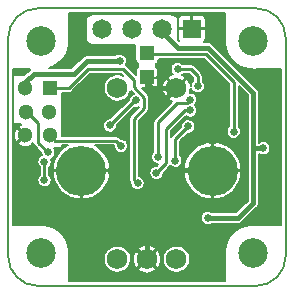
<source format=gtl>
G04 (created by PCBNEW (2013-03-02 BZR 3981)-testing) date Mon 04 Mar 2013 06:48:55 AM CET*
%MOIN*%
G04 Gerber Fmt 3.4, Leading zero omitted, Abs format*
%FSLAX34Y34*%
G01*
G70*
G90*
G04 APERTURE LIST*
%ADD10C,3.14961e-06*%
%ADD11C,0.00787402*%
%ADD12C,0.0688976*%
%ADD13O,0.167323X0.167323*%
%ADD14C,0.0984252*%
%ADD15R,0.0511811X0.0511811*%
%ADD16C,0.0511811*%
%ADD17R,0.0649606X0.0649606*%
%ADD18C,0.0649606*%
%ADD19R,0.0472X0.0472*%
%ADD20C,0.0255906*%
%ADD21C,0.00984252*%
%ADD22C,0.015748*%
%ADD23C,0.000393701*%
%ADD24C,0.008*%
%ADD25C,0.00629921*%
G04 APERTURE END LIST*
G54D10*
G54D11*
X48129Y-33562D02*
X40846Y-33562D01*
X49114Y-41830D02*
X49114Y-34547D01*
X40846Y-42814D02*
X48129Y-42814D01*
X39862Y-34547D02*
X39862Y-41830D01*
X39862Y-41830D02*
G75*
G03X40846Y-42814I984J0D01*
G74*
G01*
X48129Y-42814D02*
G75*
G03X49114Y-41830I0J984D01*
G74*
G01*
X49114Y-34547D02*
G75*
G03X48129Y-33562I-984J0D01*
G74*
G01*
X40846Y-33562D02*
G75*
G03X39862Y-34547I0J-984D01*
G74*
G01*
G54D12*
X43503Y-41929D03*
X45472Y-41929D03*
X44488Y-41929D03*
X45472Y-36220D03*
X43503Y-36220D03*
G54D13*
X46673Y-38976D03*
X42303Y-38976D03*
G54D14*
X48031Y-41732D03*
X40944Y-41732D03*
X40944Y-34645D03*
X48031Y-34645D03*
G54D15*
X41259Y-36220D03*
G54D16*
X40433Y-36220D03*
X41220Y-37007D03*
X40472Y-37007D03*
X41259Y-37795D03*
X40433Y-37795D03*
G54D17*
X45988Y-34251D03*
G54D18*
X44988Y-34251D03*
X43988Y-34251D03*
X42988Y-34251D03*
G54D19*
X44488Y-35039D03*
X44488Y-35865D03*
G54D20*
X45511Y-35590D03*
X46181Y-36161D03*
X44173Y-39389D03*
X44803Y-39055D03*
X45925Y-36968D03*
X41200Y-38366D03*
X44862Y-38523D03*
X45925Y-36614D03*
X43622Y-38149D03*
X41072Y-38681D03*
X41072Y-39291D03*
X45866Y-37500D03*
X45433Y-38641D03*
X42125Y-34547D03*
X42125Y-35157D03*
X48779Y-35944D03*
X48779Y-37440D03*
X48759Y-39015D03*
X48759Y-39940D03*
X46692Y-42027D03*
X42125Y-33956D03*
X40196Y-39409D03*
X40748Y-40078D03*
X40196Y-40590D03*
X42992Y-40905D03*
X42322Y-42165D03*
X41299Y-40590D03*
X44133Y-36633D03*
X43257Y-37470D03*
X47381Y-37677D03*
X48366Y-38228D03*
X43582Y-35314D03*
X46515Y-40551D03*
G54D21*
X45511Y-35590D02*
X45964Y-35590D01*
X46181Y-35807D02*
X46181Y-36161D01*
X45964Y-35590D02*
X46181Y-35807D01*
X41259Y-36220D02*
X41889Y-36220D01*
X44055Y-37244D02*
X44055Y-39271D01*
X44055Y-39271D02*
X44173Y-39389D01*
X44055Y-36200D02*
X44399Y-36545D01*
X44399Y-36545D02*
X44399Y-36899D01*
X44399Y-36899D02*
X44055Y-37244D01*
X41889Y-36220D02*
X42519Y-35590D01*
X43700Y-35590D02*
X44055Y-35944D01*
X44055Y-35944D02*
X44055Y-36200D01*
X42519Y-35590D02*
X43700Y-35590D01*
X41299Y-36259D02*
X41259Y-36220D01*
X44803Y-39055D02*
X45137Y-38720D01*
X45137Y-38720D02*
X45137Y-37598D01*
X45137Y-37598D02*
X45767Y-36968D01*
X45767Y-36968D02*
X45925Y-36968D01*
X41181Y-38366D02*
X40856Y-38041D01*
X40492Y-37007D02*
X40472Y-37007D01*
X40492Y-37007D02*
X40856Y-37372D01*
X40856Y-37372D02*
X40856Y-38041D01*
X41181Y-38366D02*
X41200Y-38366D01*
X41200Y-38366D02*
X41181Y-38366D01*
X44862Y-37362D02*
X44862Y-38523D01*
X45492Y-36732D02*
X44862Y-37362D01*
X45807Y-36732D02*
X45492Y-36732D01*
X45925Y-36614D02*
X45807Y-36732D01*
X43444Y-37972D02*
X41437Y-37972D01*
X43444Y-37972D02*
X43622Y-38149D01*
X41437Y-37972D02*
X41259Y-37795D01*
X45433Y-37933D02*
X45433Y-38641D01*
X45866Y-37500D02*
X45433Y-37933D01*
X41072Y-39291D02*
X41072Y-38681D01*
G54D22*
X45472Y-36220D02*
X44645Y-36220D01*
X44488Y-36062D02*
X44488Y-35826D01*
X44645Y-36220D02*
X44488Y-36062D01*
X42047Y-38976D02*
X42106Y-38917D01*
G54D23*
X42125Y-34547D02*
X42125Y-35157D01*
X48779Y-37440D02*
X48759Y-37460D01*
X48759Y-37460D02*
X48759Y-39015D01*
X42125Y-35137D02*
X42125Y-34547D01*
X42125Y-33956D02*
X42125Y-34547D01*
G54D22*
X44488Y-39606D02*
X44685Y-39606D01*
X46889Y-38937D02*
X46929Y-38976D01*
X45354Y-38937D02*
X46889Y-38937D01*
X44685Y-39606D02*
X45354Y-38937D01*
G54D23*
X40748Y-40078D02*
X40196Y-39409D01*
X44488Y-41929D02*
X44389Y-41929D01*
X43602Y-41141D02*
X42992Y-40905D01*
X44389Y-41929D02*
X43602Y-41141D01*
X44488Y-41929D02*
X43897Y-42519D01*
X42519Y-42519D02*
X42322Y-42165D01*
X43897Y-42519D02*
X42519Y-42519D01*
G54D24*
X45374Y-36318D02*
X45472Y-36220D01*
G54D22*
X44488Y-37204D02*
X45472Y-36220D01*
X44488Y-41929D02*
X44488Y-39606D01*
X44488Y-39606D02*
X44488Y-37204D01*
G54D21*
X44133Y-36633D02*
X44094Y-36633D01*
X44094Y-36633D02*
X43257Y-37470D01*
X47381Y-37677D02*
X47381Y-36020D01*
X46440Y-35079D02*
X47381Y-36020D01*
X46440Y-35079D02*
X44409Y-35079D01*
G54D22*
X48031Y-38228D02*
X48366Y-38228D01*
X40708Y-35748D02*
X40433Y-36023D01*
X43582Y-35314D02*
X42480Y-35314D01*
X42047Y-35748D02*
X40708Y-35748D01*
X42047Y-35748D02*
X42480Y-35314D01*
X40433Y-36023D02*
X40433Y-36220D01*
X40433Y-36220D02*
X40433Y-36082D01*
X47539Y-40551D02*
X48031Y-40059D01*
X48031Y-38228D02*
X48031Y-40059D01*
X46515Y-40551D02*
X47539Y-40551D01*
X45509Y-34872D02*
X44988Y-34350D01*
X48031Y-36377D02*
X46525Y-34872D01*
X46525Y-34872D02*
X45509Y-34872D01*
X48031Y-38228D02*
X48031Y-36377D01*
X44988Y-34350D02*
X44988Y-34251D01*
G54D10*
G36*
X48964Y-40780D02*
X48961Y-40779D01*
X48918Y-40775D01*
X48226Y-40775D01*
X48183Y-40779D01*
X48169Y-40784D01*
X48131Y-40776D01*
X47944Y-40774D01*
X47760Y-40810D01*
X47586Y-40880D01*
X47429Y-40983D01*
X47295Y-41114D01*
X47189Y-41269D01*
X47115Y-41441D01*
X47076Y-41625D01*
X47073Y-41812D01*
X47083Y-41868D01*
X47079Y-41884D01*
X47074Y-41927D01*
X47074Y-42619D01*
X47079Y-42662D01*
X47079Y-42665D01*
X45927Y-42665D01*
X45927Y-41884D01*
X45909Y-41797D01*
X45875Y-41714D01*
X45826Y-41640D01*
X45763Y-41577D01*
X45689Y-41527D01*
X45607Y-41492D01*
X45520Y-41474D01*
X45431Y-41474D01*
X45343Y-41490D01*
X45260Y-41524D01*
X45186Y-41573D01*
X45122Y-41635D01*
X45072Y-41709D01*
X45036Y-41790D01*
X45018Y-41878D01*
X45017Y-41967D01*
X45033Y-42055D01*
X45066Y-42137D01*
X45114Y-42212D01*
X45176Y-42277D01*
X45249Y-42327D01*
X45331Y-42363D01*
X45418Y-42382D01*
X45507Y-42384D01*
X45595Y-42369D01*
X45678Y-42336D01*
X45753Y-42289D01*
X45818Y-42227D01*
X45869Y-42154D01*
X45906Y-42073D01*
X45925Y-41986D01*
X45927Y-41884D01*
X45927Y-42665D01*
X44964Y-42665D01*
X44964Y-41931D01*
X44956Y-41838D01*
X44929Y-41749D01*
X44886Y-41667D01*
X44883Y-41663D01*
X44814Y-41627D01*
X44789Y-41652D01*
X44789Y-41602D01*
X44753Y-41533D01*
X44671Y-41489D01*
X44582Y-41461D01*
X44490Y-41452D01*
X44397Y-41461D01*
X44308Y-41487D01*
X44226Y-41530D01*
X44222Y-41533D01*
X44186Y-41602D01*
X44488Y-41904D01*
X44789Y-41602D01*
X44789Y-41652D01*
X44513Y-41929D01*
X44814Y-42230D01*
X44883Y-42194D01*
X44928Y-42112D01*
X44955Y-42023D01*
X44964Y-41931D01*
X44964Y-42665D01*
X44789Y-42665D01*
X44789Y-42255D01*
X44488Y-41954D01*
X44463Y-41979D01*
X44463Y-41929D01*
X44161Y-41627D01*
X44092Y-41663D01*
X44048Y-41745D01*
X44021Y-41834D01*
X44011Y-41926D01*
X44020Y-42019D01*
X44046Y-42108D01*
X44089Y-42191D01*
X44092Y-42194D01*
X44161Y-42230D01*
X44463Y-41929D01*
X44463Y-41979D01*
X44186Y-42255D01*
X44222Y-42324D01*
X44304Y-42369D01*
X44393Y-42396D01*
X44485Y-42405D01*
X44578Y-42397D01*
X44667Y-42370D01*
X44750Y-42327D01*
X44753Y-42324D01*
X44789Y-42255D01*
X44789Y-42665D01*
X43958Y-42665D01*
X43958Y-41884D01*
X43941Y-41797D01*
X43907Y-41714D01*
X43858Y-41640D01*
X43795Y-41577D01*
X43721Y-41527D01*
X43639Y-41492D01*
X43551Y-41474D01*
X43462Y-41474D01*
X43374Y-41490D01*
X43292Y-41524D01*
X43254Y-41548D01*
X43254Y-39145D01*
X43237Y-38994D01*
X42320Y-38994D01*
X42320Y-39910D01*
X42471Y-39928D01*
X42653Y-39877D01*
X42821Y-39791D01*
X42970Y-39675D01*
X43093Y-39532D01*
X43186Y-39368D01*
X43245Y-39189D01*
X43254Y-39145D01*
X43254Y-41548D01*
X43217Y-41573D01*
X43153Y-41635D01*
X43103Y-41709D01*
X43068Y-41790D01*
X43049Y-41878D01*
X43048Y-41967D01*
X43064Y-42055D01*
X43097Y-42137D01*
X43145Y-42212D01*
X43207Y-42277D01*
X43281Y-42327D01*
X43362Y-42363D01*
X43449Y-42382D01*
X43538Y-42384D01*
X43626Y-42369D01*
X43709Y-42336D01*
X43785Y-42289D01*
X43849Y-42227D01*
X43901Y-42154D01*
X43937Y-42073D01*
X43957Y-41986D01*
X43958Y-41884D01*
X43958Y-42665D01*
X42285Y-42665D01*
X42285Y-39910D01*
X42285Y-38994D01*
X41369Y-38994D01*
X41351Y-39145D01*
X41360Y-39189D01*
X41419Y-39368D01*
X41512Y-39532D01*
X41635Y-39675D01*
X41784Y-39791D01*
X41952Y-39877D01*
X42134Y-39928D01*
X42285Y-39910D01*
X42285Y-42665D01*
X41901Y-42665D01*
X41901Y-41700D01*
X41900Y-41700D01*
X41901Y-41638D01*
X41865Y-41454D01*
X41793Y-41280D01*
X41689Y-41124D01*
X41557Y-40991D01*
X41402Y-40886D01*
X41229Y-40813D01*
X41045Y-40776D01*
X40976Y-40775D01*
X40976Y-40775D01*
X40954Y-40775D01*
X40857Y-40774D01*
X40854Y-40775D01*
X40671Y-40775D01*
X40011Y-40775D01*
X40011Y-35597D01*
X40014Y-35598D01*
X40057Y-35602D01*
X40589Y-35602D01*
X40576Y-35612D01*
X40575Y-35613D01*
X40575Y-35613D01*
X40575Y-35613D01*
X40575Y-35614D01*
X40394Y-35795D01*
X40027Y-35795D01*
X40027Y-37433D01*
X40298Y-37433D01*
X40283Y-37437D01*
X40219Y-37471D01*
X40194Y-37531D01*
X40433Y-37770D01*
X40438Y-37764D01*
X40463Y-37789D01*
X40458Y-37795D01*
X40463Y-37800D01*
X40438Y-37825D01*
X40433Y-37820D01*
X40408Y-37845D01*
X40408Y-37795D01*
X40169Y-37556D01*
X40109Y-37581D01*
X40074Y-37648D01*
X40052Y-37721D01*
X40045Y-37796D01*
X40053Y-37872D01*
X40075Y-37944D01*
X40109Y-38008D01*
X40169Y-38033D01*
X40408Y-37795D01*
X40408Y-37845D01*
X40194Y-38058D01*
X40219Y-38119D01*
X40286Y-38154D01*
X40359Y-38175D01*
X40434Y-38182D01*
X40509Y-38175D01*
X40582Y-38153D01*
X40646Y-38119D01*
X40671Y-38058D01*
X40671Y-38058D01*
X40694Y-38081D01*
X40700Y-38075D01*
X40704Y-38086D01*
X40708Y-38100D01*
X40708Y-38101D01*
X40708Y-38102D01*
X40715Y-38115D01*
X40722Y-38128D01*
X40723Y-38128D01*
X40723Y-38129D01*
X40732Y-38140D01*
X40741Y-38152D01*
X40743Y-38153D01*
X40743Y-38153D01*
X40743Y-38153D01*
X40743Y-38154D01*
X40962Y-38373D01*
X40962Y-38386D01*
X40970Y-38432D01*
X40982Y-38460D01*
X40961Y-38468D01*
X40922Y-38494D01*
X40889Y-38527D01*
X40863Y-38565D01*
X40844Y-38608D01*
X40834Y-38654D01*
X40834Y-38701D01*
X40842Y-38747D01*
X40859Y-38790D01*
X40885Y-38829D01*
X40913Y-38858D01*
X40913Y-39114D01*
X40889Y-39137D01*
X40863Y-39176D01*
X40844Y-39218D01*
X40834Y-39264D01*
X40834Y-39311D01*
X40842Y-39357D01*
X40859Y-39400D01*
X40885Y-39440D01*
X40917Y-39473D01*
X40956Y-39500D01*
X40998Y-39518D01*
X41044Y-39528D01*
X41091Y-39529D01*
X41137Y-39521D01*
X41180Y-39504D01*
X41220Y-39479D01*
X41254Y-39447D01*
X41280Y-39409D01*
X41299Y-39366D01*
X41310Y-39321D01*
X41311Y-39267D01*
X41301Y-39222D01*
X41284Y-39178D01*
X41258Y-39140D01*
X41232Y-39113D01*
X41232Y-38858D01*
X41254Y-38837D01*
X41280Y-38799D01*
X41299Y-38756D01*
X41310Y-38711D01*
X41311Y-38657D01*
X41301Y-38611D01*
X41291Y-38586D01*
X41308Y-38579D01*
X41348Y-38554D01*
X41381Y-38522D01*
X41408Y-38484D01*
X41427Y-38441D01*
X41438Y-38396D01*
X41438Y-38342D01*
X41429Y-38296D01*
X41412Y-38253D01*
X41389Y-38220D01*
X41665Y-38220D01*
X41665Y-38131D01*
X41841Y-38131D01*
X41784Y-38160D01*
X41635Y-38277D01*
X41512Y-38419D01*
X41419Y-38584D01*
X41360Y-38763D01*
X41351Y-38807D01*
X41369Y-38958D01*
X42285Y-38958D01*
X42285Y-38950D01*
X42320Y-38950D01*
X42320Y-38958D01*
X43237Y-38958D01*
X43254Y-38807D01*
X43245Y-38763D01*
X43186Y-38584D01*
X43093Y-38419D01*
X42970Y-38277D01*
X42821Y-38160D01*
X42764Y-38131D01*
X43378Y-38131D01*
X43384Y-38137D01*
X43383Y-38169D01*
X43391Y-38215D01*
X43409Y-38259D01*
X43434Y-38298D01*
X43466Y-38331D01*
X43505Y-38358D01*
X43548Y-38377D01*
X43593Y-38387D01*
X43640Y-38388D01*
X43686Y-38380D01*
X43729Y-38363D01*
X43769Y-38338D01*
X43803Y-38305D01*
X43830Y-38267D01*
X43849Y-38225D01*
X43859Y-38179D01*
X43860Y-38126D01*
X43851Y-38080D01*
X43833Y-38037D01*
X43807Y-37998D01*
X43774Y-37965D01*
X43735Y-37939D01*
X43692Y-37920D01*
X43647Y-37911D01*
X43609Y-37911D01*
X43557Y-37859D01*
X43546Y-37850D01*
X43534Y-37840D01*
X43534Y-37840D01*
X43533Y-37839D01*
X43520Y-37832D01*
X43507Y-37825D01*
X43506Y-37825D01*
X43506Y-37825D01*
X43492Y-37820D01*
X43478Y-37816D01*
X43477Y-37816D01*
X43476Y-37816D01*
X43461Y-37814D01*
X43447Y-37813D01*
X43445Y-37812D01*
X43445Y-37812D01*
X43445Y-37812D01*
X43444Y-37812D01*
X41665Y-37812D01*
X41665Y-36379D01*
X41889Y-36379D01*
X41904Y-36378D01*
X41919Y-36377D01*
X41919Y-36376D01*
X41920Y-36376D01*
X41934Y-36372D01*
X41948Y-36368D01*
X41949Y-36368D01*
X41950Y-36367D01*
X41963Y-36360D01*
X41976Y-36354D01*
X41977Y-36353D01*
X41978Y-36353D01*
X41989Y-36343D01*
X42000Y-36334D01*
X42002Y-36333D01*
X42002Y-36333D01*
X42002Y-36333D01*
X42002Y-36333D01*
X42585Y-35750D01*
X43634Y-35750D01*
X43690Y-35805D01*
X43639Y-35783D01*
X43551Y-35766D01*
X43462Y-35765D01*
X43374Y-35782D01*
X43292Y-35815D01*
X43217Y-35864D01*
X43153Y-35926D01*
X43103Y-36000D01*
X43068Y-36082D01*
X43049Y-36169D01*
X43048Y-36258D01*
X43064Y-36346D01*
X43097Y-36429D01*
X43145Y-36504D01*
X43207Y-36568D01*
X43281Y-36619D01*
X43362Y-36655D01*
X43449Y-36674D01*
X43538Y-36676D01*
X43626Y-36660D01*
X43709Y-36628D01*
X43785Y-36580D01*
X43849Y-36519D01*
X43901Y-36446D01*
X43937Y-36364D01*
X43947Y-36319D01*
X44042Y-36413D01*
X44022Y-36421D01*
X43983Y-36447D01*
X43950Y-36480D01*
X43924Y-36518D01*
X43905Y-36561D01*
X43896Y-36606D01*
X43270Y-37232D01*
X43236Y-37232D01*
X43190Y-37240D01*
X43146Y-37258D01*
X43107Y-37283D01*
X43074Y-37316D01*
X43048Y-37355D01*
X43029Y-37398D01*
X43020Y-37443D01*
X43019Y-37490D01*
X43027Y-37536D01*
X43045Y-37579D01*
X43070Y-37619D01*
X43102Y-37652D01*
X43141Y-37679D01*
X43183Y-37698D01*
X43229Y-37708D01*
X43276Y-37709D01*
X43322Y-37700D01*
X43365Y-37684D01*
X43405Y-37659D01*
X43439Y-37626D01*
X43465Y-37588D01*
X43484Y-37546D01*
X43495Y-37500D01*
X43495Y-37457D01*
X44086Y-36867D01*
X44105Y-36871D01*
X44152Y-36872D01*
X44198Y-36864D01*
X44216Y-36857D01*
X43942Y-37131D01*
X43933Y-37142D01*
X43923Y-37154D01*
X43923Y-37154D01*
X43922Y-37155D01*
X43915Y-37168D01*
X43908Y-37181D01*
X43908Y-37182D01*
X43907Y-37182D01*
X43903Y-37196D01*
X43899Y-37210D01*
X43899Y-37211D01*
X43898Y-37212D01*
X43897Y-37227D01*
X43895Y-37241D01*
X43895Y-37243D01*
X43895Y-37243D01*
X43895Y-37243D01*
X43895Y-37244D01*
X43895Y-39271D01*
X43897Y-39286D01*
X43898Y-39300D01*
X43898Y-39301D01*
X43898Y-39302D01*
X43902Y-39316D01*
X43907Y-39330D01*
X43907Y-39331D01*
X43907Y-39332D01*
X43914Y-39345D01*
X43921Y-39358D01*
X43921Y-39359D01*
X43922Y-39359D01*
X43931Y-39371D01*
X43935Y-39375D01*
X43934Y-39409D01*
X43943Y-39455D01*
X43960Y-39499D01*
X43985Y-39538D01*
X44018Y-39572D01*
X44056Y-39598D01*
X44099Y-39617D01*
X44144Y-39627D01*
X44191Y-39628D01*
X44237Y-39620D01*
X44281Y-39603D01*
X44320Y-39578D01*
X44354Y-39546D01*
X44381Y-39507D01*
X44400Y-39465D01*
X44410Y-39419D01*
X44411Y-39366D01*
X44402Y-39320D01*
X44384Y-39277D01*
X44358Y-39238D01*
X44325Y-39205D01*
X44287Y-39179D01*
X44244Y-39161D01*
X44214Y-39155D01*
X44214Y-37310D01*
X44512Y-37012D01*
X44521Y-37000D01*
X44531Y-36989D01*
X44531Y-36988D01*
X44532Y-36988D01*
X44539Y-36975D01*
X44546Y-36962D01*
X44546Y-36961D01*
X44546Y-36960D01*
X44551Y-36946D01*
X44555Y-36932D01*
X44555Y-36931D01*
X44555Y-36931D01*
X44557Y-36916D01*
X44559Y-36901D01*
X44559Y-36900D01*
X44559Y-36900D01*
X44559Y-36900D01*
X44559Y-36899D01*
X44559Y-36545D01*
X44557Y-36530D01*
X44556Y-36515D01*
X44556Y-36515D01*
X44556Y-36514D01*
X44551Y-36500D01*
X44547Y-36486D01*
X44547Y-36485D01*
X44547Y-36484D01*
X44540Y-36471D01*
X44533Y-36458D01*
X44532Y-36457D01*
X44532Y-36457D01*
X44523Y-36445D01*
X44513Y-36434D01*
X44512Y-36432D01*
X44512Y-36432D01*
X44512Y-36432D01*
X44512Y-36432D01*
X44311Y-36231D01*
X44437Y-36231D01*
X44470Y-36199D01*
X44470Y-35883D01*
X44462Y-35883D01*
X44462Y-35877D01*
X44795Y-35877D01*
X44795Y-35848D01*
X44821Y-35848D01*
X44854Y-35815D01*
X44854Y-35617D01*
X44849Y-35592D01*
X44839Y-35568D01*
X44825Y-35547D01*
X44807Y-35529D01*
X44795Y-35520D01*
X44795Y-35408D01*
X44819Y-35392D01*
X44840Y-35371D01*
X44856Y-35347D01*
X44867Y-35320D01*
X44873Y-35291D01*
X44873Y-35262D01*
X44873Y-35238D01*
X46374Y-35238D01*
X47222Y-36086D01*
X47222Y-37499D01*
X47198Y-37523D01*
X47172Y-37561D01*
X47153Y-37604D01*
X47144Y-37650D01*
X47143Y-37697D01*
X47151Y-37743D01*
X47169Y-37786D01*
X47194Y-37825D01*
X47226Y-37859D01*
X47265Y-37886D01*
X47307Y-37904D01*
X47353Y-37914D01*
X47400Y-37915D01*
X47446Y-37907D01*
X47489Y-37890D01*
X47529Y-37865D01*
X47563Y-37833D01*
X47589Y-37795D01*
X47608Y-37752D01*
X47619Y-37707D01*
X47620Y-37653D01*
X47611Y-37607D01*
X47593Y-37564D01*
X47567Y-37525D01*
X47541Y-37499D01*
X47541Y-36155D01*
X47842Y-36456D01*
X47842Y-38228D01*
X47842Y-39980D01*
X47624Y-40198D01*
X47624Y-39145D01*
X47624Y-38807D01*
X47615Y-38763D01*
X47556Y-38584D01*
X47463Y-38419D01*
X47340Y-38277D01*
X47191Y-38160D01*
X47023Y-38075D01*
X46841Y-38024D01*
X46690Y-38042D01*
X46690Y-38958D01*
X47607Y-38958D01*
X47624Y-38807D01*
X47624Y-39145D01*
X47607Y-38994D01*
X46690Y-38994D01*
X46690Y-39910D01*
X46841Y-39928D01*
X47023Y-39877D01*
X47191Y-39791D01*
X47340Y-39675D01*
X47463Y-39532D01*
X47556Y-39368D01*
X47615Y-39189D01*
X47624Y-39145D01*
X47624Y-40198D01*
X47461Y-40362D01*
X46661Y-40362D01*
X46655Y-40358D01*
X46655Y-39910D01*
X46655Y-38994D01*
X46655Y-38958D01*
X46655Y-38042D01*
X46504Y-38024D01*
X46419Y-38048D01*
X46419Y-36138D01*
X46410Y-36092D01*
X46392Y-36049D01*
X46366Y-36010D01*
X46340Y-35983D01*
X46340Y-35807D01*
X46339Y-35792D01*
X46337Y-35777D01*
X46337Y-35776D01*
X46337Y-35776D01*
X46333Y-35762D01*
X46329Y-35747D01*
X46328Y-35747D01*
X46328Y-35746D01*
X46321Y-35733D01*
X46314Y-35720D01*
X46314Y-35719D01*
X46313Y-35718D01*
X46304Y-35707D01*
X46295Y-35695D01*
X46294Y-35694D01*
X46294Y-35694D01*
X46294Y-35694D01*
X46293Y-35694D01*
X46077Y-35477D01*
X46065Y-35468D01*
X46054Y-35458D01*
X46053Y-35458D01*
X46053Y-35458D01*
X46040Y-35451D01*
X46027Y-35443D01*
X46026Y-35443D01*
X46025Y-35443D01*
X46011Y-35439D01*
X45997Y-35434D01*
X45996Y-35434D01*
X45996Y-35434D01*
X45981Y-35432D01*
X45966Y-35431D01*
X45965Y-35431D01*
X45965Y-35431D01*
X45965Y-35431D01*
X45964Y-35431D01*
X45689Y-35431D01*
X45664Y-35406D01*
X45625Y-35380D01*
X45582Y-35361D01*
X45536Y-35352D01*
X45490Y-35352D01*
X45444Y-35360D01*
X45400Y-35378D01*
X45361Y-35404D01*
X45328Y-35436D01*
X45302Y-35475D01*
X45283Y-35518D01*
X45273Y-35563D01*
X45273Y-35610D01*
X45281Y-35656D01*
X45298Y-35699D01*
X45324Y-35739D01*
X45347Y-35762D01*
X45292Y-35778D01*
X45210Y-35822D01*
X45206Y-35824D01*
X45171Y-35894D01*
X45472Y-36195D01*
X45773Y-35894D01*
X45738Y-35824D01*
X45656Y-35780D01*
X45659Y-35779D01*
X45689Y-35750D01*
X45898Y-35750D01*
X46021Y-35873D01*
X46021Y-35984D01*
X45997Y-36007D01*
X45971Y-36046D01*
X45952Y-36089D01*
X45943Y-36134D01*
X45942Y-36156D01*
X45940Y-36130D01*
X45914Y-36040D01*
X45870Y-35958D01*
X45868Y-35954D01*
X45798Y-35919D01*
X45497Y-36220D01*
X45503Y-36226D01*
X45478Y-36251D01*
X45472Y-36245D01*
X45447Y-36270D01*
X45447Y-36220D01*
X45146Y-35919D01*
X45076Y-35954D01*
X45032Y-36036D01*
X45005Y-36125D01*
X44995Y-36218D01*
X45004Y-36310D01*
X45030Y-36400D01*
X45074Y-36482D01*
X45076Y-36486D01*
X45146Y-36521D01*
X45447Y-36220D01*
X45447Y-36270D01*
X45171Y-36546D01*
X45206Y-36616D01*
X45288Y-36660D01*
X45326Y-36672D01*
X44854Y-37144D01*
X44854Y-36114D01*
X44854Y-35915D01*
X44821Y-35883D01*
X44505Y-35883D01*
X44505Y-36199D01*
X44538Y-36231D01*
X44712Y-36231D01*
X44737Y-36231D01*
X44762Y-36226D01*
X44786Y-36216D01*
X44807Y-36202D01*
X44825Y-36184D01*
X44839Y-36163D01*
X44849Y-36139D01*
X44854Y-36114D01*
X44854Y-37144D01*
X44749Y-37249D01*
X44740Y-37260D01*
X44730Y-37272D01*
X44730Y-37272D01*
X44729Y-37273D01*
X44722Y-37286D01*
X44715Y-37299D01*
X44715Y-37300D01*
X44715Y-37300D01*
X44710Y-37315D01*
X44706Y-37329D01*
X44706Y-37329D01*
X44705Y-37330D01*
X44704Y-37345D01*
X44702Y-37359D01*
X44702Y-37361D01*
X44702Y-37361D01*
X44702Y-37361D01*
X44702Y-37362D01*
X44702Y-38346D01*
X44678Y-38369D01*
X44652Y-38408D01*
X44634Y-38451D01*
X44624Y-38496D01*
X44623Y-38543D01*
X44632Y-38589D01*
X44649Y-38633D01*
X44674Y-38672D01*
X44707Y-38705D01*
X44745Y-38732D01*
X44788Y-38751D01*
X44833Y-38761D01*
X44870Y-38762D01*
X44815Y-38817D01*
X44781Y-38816D01*
X44735Y-38825D01*
X44692Y-38843D01*
X44653Y-38868D01*
X44619Y-38901D01*
X44593Y-38939D01*
X44575Y-38982D01*
X44565Y-39028D01*
X44564Y-39075D01*
X44573Y-39121D01*
X44590Y-39164D01*
X44615Y-39203D01*
X44648Y-39237D01*
X44686Y-39264D01*
X44729Y-39282D01*
X44774Y-39292D01*
X44821Y-39293D01*
X44867Y-39285D01*
X44911Y-39268D01*
X44950Y-39243D01*
X44984Y-39211D01*
X45011Y-39173D01*
X45030Y-39130D01*
X45040Y-39085D01*
X45041Y-39042D01*
X45250Y-38833D01*
X45259Y-38821D01*
X45267Y-38812D01*
X45277Y-38824D01*
X45316Y-38850D01*
X45359Y-38869D01*
X45404Y-38879D01*
X45451Y-38880D01*
X45497Y-38872D01*
X45540Y-38855D01*
X45580Y-38830D01*
X45614Y-38798D01*
X45641Y-38759D01*
X45660Y-38717D01*
X45670Y-38671D01*
X45671Y-38618D01*
X45662Y-38572D01*
X45644Y-38529D01*
X45618Y-38490D01*
X45592Y-38464D01*
X45592Y-37999D01*
X45853Y-37737D01*
X45884Y-37738D01*
X45930Y-37730D01*
X45974Y-37713D01*
X46013Y-37688D01*
X46047Y-37656D01*
X46074Y-37618D01*
X46093Y-37575D01*
X46103Y-37529D01*
X46104Y-37476D01*
X46095Y-37430D01*
X46077Y-37387D01*
X46051Y-37348D01*
X46018Y-37315D01*
X45979Y-37289D01*
X45936Y-37271D01*
X45891Y-37261D01*
X45844Y-37261D01*
X45798Y-37270D01*
X45755Y-37287D01*
X45716Y-37313D01*
X45682Y-37346D01*
X45656Y-37384D01*
X45638Y-37427D01*
X45628Y-37473D01*
X45627Y-37512D01*
X45320Y-37820D01*
X45310Y-37831D01*
X45301Y-37842D01*
X45301Y-37843D01*
X45300Y-37844D01*
X45297Y-37850D01*
X45297Y-37664D01*
X45794Y-37167D01*
X45808Y-37177D01*
X45851Y-37196D01*
X45896Y-37206D01*
X45943Y-37207D01*
X45989Y-37199D01*
X46033Y-37182D01*
X46072Y-37157D01*
X46106Y-37124D01*
X46133Y-37086D01*
X46152Y-37044D01*
X46162Y-36998D01*
X46163Y-36945D01*
X46154Y-36899D01*
X46136Y-36856D01*
X46110Y-36817D01*
X46084Y-36791D01*
X46106Y-36770D01*
X46133Y-36732D01*
X46152Y-36689D01*
X46162Y-36644D01*
X46163Y-36590D01*
X46154Y-36544D01*
X46136Y-36501D01*
X46110Y-36462D01*
X46077Y-36429D01*
X46039Y-36403D01*
X45995Y-36385D01*
X45950Y-36376D01*
X45920Y-36375D01*
X45939Y-36315D01*
X45949Y-36222D01*
X45948Y-36211D01*
X45951Y-36227D01*
X45968Y-36270D01*
X45993Y-36310D01*
X46025Y-36343D01*
X46064Y-36370D01*
X46107Y-36389D01*
X46152Y-36399D01*
X46199Y-36400D01*
X46245Y-36391D01*
X46289Y-36375D01*
X46328Y-36350D01*
X46362Y-36317D01*
X46389Y-36279D01*
X46408Y-36236D01*
X46418Y-36191D01*
X46419Y-36138D01*
X46419Y-38048D01*
X46322Y-38075D01*
X46154Y-38160D01*
X46006Y-38277D01*
X45882Y-38419D01*
X45789Y-38584D01*
X45730Y-38763D01*
X45721Y-38807D01*
X45739Y-38958D01*
X46655Y-38958D01*
X46655Y-38994D01*
X45739Y-38994D01*
X45721Y-39145D01*
X45730Y-39189D01*
X45789Y-39368D01*
X45882Y-39532D01*
X46006Y-39675D01*
X46154Y-39791D01*
X46322Y-39877D01*
X46504Y-39928D01*
X46655Y-39910D01*
X46655Y-40358D01*
X46629Y-40340D01*
X46586Y-40322D01*
X46540Y-40313D01*
X46494Y-40312D01*
X46448Y-40321D01*
X46404Y-40339D01*
X46365Y-40364D01*
X46332Y-40397D01*
X46306Y-40435D01*
X46287Y-40478D01*
X46277Y-40524D01*
X46277Y-40571D01*
X46285Y-40617D01*
X46302Y-40660D01*
X46328Y-40699D01*
X46360Y-40733D01*
X46398Y-40760D01*
X46441Y-40778D01*
X46487Y-40788D01*
X46534Y-40789D01*
X46580Y-40781D01*
X46623Y-40764D01*
X46662Y-40740D01*
X47539Y-40740D01*
X47556Y-40738D01*
X47574Y-40736D01*
X47575Y-40736D01*
X47576Y-40736D01*
X47592Y-40731D01*
X47609Y-40726D01*
X47610Y-40726D01*
X47611Y-40725D01*
X47626Y-40717D01*
X47642Y-40709D01*
X47643Y-40709D01*
X47643Y-40708D01*
X47657Y-40697D01*
X47671Y-40686D01*
X47672Y-40685D01*
X47672Y-40685D01*
X47672Y-40685D01*
X47672Y-40684D01*
X48165Y-40192D01*
X48176Y-40179D01*
X48187Y-40165D01*
X48187Y-40164D01*
X48188Y-40164D01*
X48196Y-40148D01*
X48205Y-40133D01*
X48205Y-40132D01*
X48205Y-40131D01*
X48211Y-40115D01*
X48216Y-40098D01*
X48216Y-40097D01*
X48216Y-40096D01*
X48218Y-40079D01*
X48220Y-40061D01*
X48220Y-40059D01*
X48220Y-40059D01*
X48220Y-40059D01*
X48220Y-40059D01*
X48220Y-38417D01*
X48220Y-38417D01*
X48249Y-38437D01*
X48292Y-38455D01*
X48337Y-38466D01*
X48384Y-38466D01*
X48430Y-38458D01*
X48474Y-38441D01*
X48513Y-38416D01*
X48547Y-38384D01*
X48574Y-38346D01*
X48593Y-38303D01*
X48603Y-38258D01*
X48604Y-38204D01*
X48595Y-38159D01*
X48577Y-38115D01*
X48551Y-38077D01*
X48518Y-38043D01*
X48479Y-38017D01*
X48436Y-37999D01*
X48391Y-37990D01*
X48344Y-37989D01*
X48298Y-37998D01*
X48255Y-38016D01*
X48220Y-38039D01*
X48220Y-36377D01*
X48218Y-36360D01*
X48217Y-36343D01*
X48216Y-36342D01*
X48216Y-36341D01*
X48211Y-36324D01*
X48206Y-36307D01*
X48206Y-36306D01*
X48206Y-36305D01*
X48198Y-36290D01*
X48189Y-36275D01*
X48189Y-36274D01*
X48188Y-36273D01*
X48177Y-36259D01*
X48166Y-36246D01*
X48165Y-36244D01*
X48165Y-36244D01*
X48165Y-36244D01*
X48165Y-36244D01*
X46659Y-34738D01*
X46645Y-34727D01*
X46632Y-34716D01*
X46631Y-34715D01*
X46630Y-34715D01*
X46615Y-34706D01*
X46600Y-34698D01*
X46599Y-34698D01*
X46598Y-34697D01*
X46581Y-34692D01*
X46564Y-34687D01*
X46563Y-34687D01*
X46562Y-34686D01*
X46545Y-34685D01*
X46528Y-34683D01*
X46526Y-34683D01*
X46526Y-34683D01*
X46526Y-34683D01*
X46525Y-34683D01*
X46387Y-34683D01*
X46395Y-34677D01*
X46413Y-34659D01*
X46427Y-34638D01*
X46437Y-34615D01*
X46442Y-34590D01*
X46443Y-34564D01*
X46443Y-33938D01*
X46442Y-33913D01*
X46437Y-33888D01*
X46427Y-33865D01*
X46413Y-33843D01*
X46395Y-33825D01*
X46374Y-33811D01*
X46350Y-33802D01*
X46325Y-33797D01*
X46038Y-33797D01*
X46005Y-33829D01*
X46005Y-34234D01*
X46410Y-34234D01*
X46442Y-34201D01*
X46443Y-33938D01*
X46443Y-34564D01*
X46442Y-34302D01*
X46410Y-34269D01*
X46005Y-34269D01*
X46005Y-34277D01*
X45970Y-34277D01*
X45970Y-34269D01*
X45970Y-34234D01*
X45970Y-33829D01*
X45937Y-33797D01*
X45650Y-33797D01*
X45625Y-33802D01*
X45602Y-33811D01*
X45580Y-33825D01*
X45562Y-33843D01*
X45548Y-33865D01*
X45538Y-33888D01*
X45533Y-33913D01*
X45533Y-33938D01*
X45533Y-34201D01*
X45565Y-34234D01*
X45970Y-34234D01*
X45970Y-34269D01*
X45565Y-34269D01*
X45533Y-34302D01*
X45533Y-34564D01*
X45533Y-34590D01*
X45538Y-34615D01*
X45548Y-34638D01*
X45558Y-34653D01*
X45514Y-34609D01*
X45519Y-34591D01*
X45523Y-34548D01*
X45523Y-33994D01*
X45519Y-33951D01*
X45506Y-33908D01*
X45485Y-33869D01*
X45456Y-33834D01*
X45422Y-33806D01*
X45382Y-33784D01*
X45339Y-33771D01*
X45296Y-33767D01*
X42675Y-33767D01*
X42632Y-33771D01*
X42589Y-33784D01*
X42550Y-33806D01*
X42515Y-33834D01*
X42487Y-33869D01*
X42466Y-33908D01*
X42453Y-33951D01*
X42448Y-33994D01*
X42448Y-34548D01*
X42453Y-34591D01*
X42466Y-34634D01*
X42487Y-34674D01*
X42515Y-34708D01*
X42550Y-34737D01*
X42589Y-34758D01*
X42632Y-34771D01*
X42675Y-34775D01*
X44105Y-34775D01*
X44102Y-34788D01*
X44102Y-34817D01*
X44102Y-35290D01*
X44108Y-35319D01*
X44119Y-35346D01*
X44135Y-35370D01*
X44156Y-35391D01*
X44180Y-35407D01*
X44181Y-35408D01*
X44181Y-35520D01*
X44168Y-35529D01*
X44151Y-35547D01*
X44136Y-35568D01*
X44127Y-35592D01*
X44122Y-35617D01*
X44122Y-35786D01*
X43813Y-35477D01*
X43802Y-35468D01*
X43790Y-35458D01*
X43790Y-35458D01*
X43789Y-35458D01*
X43777Y-35451D01*
X43790Y-35433D01*
X43809Y-35390D01*
X43820Y-35344D01*
X43820Y-35291D01*
X43811Y-35245D01*
X43794Y-35202D01*
X43768Y-35163D01*
X43735Y-35130D01*
X43696Y-35104D01*
X43653Y-35086D01*
X43607Y-35076D01*
X43560Y-35076D01*
X43515Y-35085D01*
X43471Y-35102D01*
X43436Y-35125D01*
X42480Y-35125D01*
X42462Y-35127D01*
X42445Y-35129D01*
X42444Y-35129D01*
X42443Y-35129D01*
X42426Y-35134D01*
X42410Y-35139D01*
X42409Y-35139D01*
X42408Y-35140D01*
X42392Y-35148D01*
X42377Y-35156D01*
X42376Y-35157D01*
X42375Y-35157D01*
X42362Y-35168D01*
X42348Y-35179D01*
X42347Y-35180D01*
X42347Y-35180D01*
X42347Y-35180D01*
X42346Y-35181D01*
X41968Y-35559D01*
X41235Y-35559D01*
X41378Y-35503D01*
X41536Y-35403D01*
X41672Y-35273D01*
X41780Y-35120D01*
X41857Y-34949D01*
X41898Y-34766D01*
X41901Y-34551D01*
X41892Y-34507D01*
X41897Y-34493D01*
X41901Y-34450D01*
X41901Y-33758D01*
X41897Y-33715D01*
X41896Y-33712D01*
X47079Y-33712D01*
X47079Y-33715D01*
X47074Y-33758D01*
X47074Y-34450D01*
X47079Y-34493D01*
X47082Y-34506D01*
X47076Y-34538D01*
X47073Y-34726D01*
X47107Y-34910D01*
X47176Y-35085D01*
X47278Y-35242D01*
X47408Y-35377D01*
X47562Y-35484D01*
X47734Y-35559D01*
X47917Y-35600D01*
X48105Y-35604D01*
X48167Y-35593D01*
X48183Y-35598D01*
X48226Y-35602D01*
X48918Y-35602D01*
X48961Y-35598D01*
X48964Y-35597D01*
X48964Y-40780D01*
X48964Y-40780D01*
G37*
G54D25*
X48964Y-40780D02*
X48961Y-40779D01*
X48918Y-40775D01*
X48226Y-40775D01*
X48183Y-40779D01*
X48169Y-40784D01*
X48131Y-40776D01*
X47944Y-40774D01*
X47760Y-40810D01*
X47586Y-40880D01*
X47429Y-40983D01*
X47295Y-41114D01*
X47189Y-41269D01*
X47115Y-41441D01*
X47076Y-41625D01*
X47073Y-41812D01*
X47083Y-41868D01*
X47079Y-41884D01*
X47074Y-41927D01*
X47074Y-42619D01*
X47079Y-42662D01*
X47079Y-42665D01*
X45927Y-42665D01*
X45927Y-41884D01*
X45909Y-41797D01*
X45875Y-41714D01*
X45826Y-41640D01*
X45763Y-41577D01*
X45689Y-41527D01*
X45607Y-41492D01*
X45520Y-41474D01*
X45431Y-41474D01*
X45343Y-41490D01*
X45260Y-41524D01*
X45186Y-41573D01*
X45122Y-41635D01*
X45072Y-41709D01*
X45036Y-41790D01*
X45018Y-41878D01*
X45017Y-41967D01*
X45033Y-42055D01*
X45066Y-42137D01*
X45114Y-42212D01*
X45176Y-42277D01*
X45249Y-42327D01*
X45331Y-42363D01*
X45418Y-42382D01*
X45507Y-42384D01*
X45595Y-42369D01*
X45678Y-42336D01*
X45753Y-42289D01*
X45818Y-42227D01*
X45869Y-42154D01*
X45906Y-42073D01*
X45925Y-41986D01*
X45927Y-41884D01*
X45927Y-42665D01*
X44964Y-42665D01*
X44964Y-41931D01*
X44956Y-41838D01*
X44929Y-41749D01*
X44886Y-41667D01*
X44883Y-41663D01*
X44814Y-41627D01*
X44789Y-41652D01*
X44789Y-41602D01*
X44753Y-41533D01*
X44671Y-41489D01*
X44582Y-41461D01*
X44490Y-41452D01*
X44397Y-41461D01*
X44308Y-41487D01*
X44226Y-41530D01*
X44222Y-41533D01*
X44186Y-41602D01*
X44488Y-41904D01*
X44789Y-41602D01*
X44789Y-41652D01*
X44513Y-41929D01*
X44814Y-42230D01*
X44883Y-42194D01*
X44928Y-42112D01*
X44955Y-42023D01*
X44964Y-41931D01*
X44964Y-42665D01*
X44789Y-42665D01*
X44789Y-42255D01*
X44488Y-41954D01*
X44463Y-41979D01*
X44463Y-41929D01*
X44161Y-41627D01*
X44092Y-41663D01*
X44048Y-41745D01*
X44021Y-41834D01*
X44011Y-41926D01*
X44020Y-42019D01*
X44046Y-42108D01*
X44089Y-42191D01*
X44092Y-42194D01*
X44161Y-42230D01*
X44463Y-41929D01*
X44463Y-41979D01*
X44186Y-42255D01*
X44222Y-42324D01*
X44304Y-42369D01*
X44393Y-42396D01*
X44485Y-42405D01*
X44578Y-42397D01*
X44667Y-42370D01*
X44750Y-42327D01*
X44753Y-42324D01*
X44789Y-42255D01*
X44789Y-42665D01*
X43958Y-42665D01*
X43958Y-41884D01*
X43941Y-41797D01*
X43907Y-41714D01*
X43858Y-41640D01*
X43795Y-41577D01*
X43721Y-41527D01*
X43639Y-41492D01*
X43551Y-41474D01*
X43462Y-41474D01*
X43374Y-41490D01*
X43292Y-41524D01*
X43254Y-41548D01*
X43254Y-39145D01*
X43237Y-38994D01*
X42320Y-38994D01*
X42320Y-39910D01*
X42471Y-39928D01*
X42653Y-39877D01*
X42821Y-39791D01*
X42970Y-39675D01*
X43093Y-39532D01*
X43186Y-39368D01*
X43245Y-39189D01*
X43254Y-39145D01*
X43254Y-41548D01*
X43217Y-41573D01*
X43153Y-41635D01*
X43103Y-41709D01*
X43068Y-41790D01*
X43049Y-41878D01*
X43048Y-41967D01*
X43064Y-42055D01*
X43097Y-42137D01*
X43145Y-42212D01*
X43207Y-42277D01*
X43281Y-42327D01*
X43362Y-42363D01*
X43449Y-42382D01*
X43538Y-42384D01*
X43626Y-42369D01*
X43709Y-42336D01*
X43785Y-42289D01*
X43849Y-42227D01*
X43901Y-42154D01*
X43937Y-42073D01*
X43957Y-41986D01*
X43958Y-41884D01*
X43958Y-42665D01*
X42285Y-42665D01*
X42285Y-39910D01*
X42285Y-38994D01*
X41369Y-38994D01*
X41351Y-39145D01*
X41360Y-39189D01*
X41419Y-39368D01*
X41512Y-39532D01*
X41635Y-39675D01*
X41784Y-39791D01*
X41952Y-39877D01*
X42134Y-39928D01*
X42285Y-39910D01*
X42285Y-42665D01*
X41901Y-42665D01*
X41901Y-41700D01*
X41900Y-41700D01*
X41901Y-41638D01*
X41865Y-41454D01*
X41793Y-41280D01*
X41689Y-41124D01*
X41557Y-40991D01*
X41402Y-40886D01*
X41229Y-40813D01*
X41045Y-40776D01*
X40976Y-40775D01*
X40976Y-40775D01*
X40954Y-40775D01*
X40857Y-40774D01*
X40854Y-40775D01*
X40671Y-40775D01*
X40011Y-40775D01*
X40011Y-35597D01*
X40014Y-35598D01*
X40057Y-35602D01*
X40589Y-35602D01*
X40576Y-35612D01*
X40575Y-35613D01*
X40575Y-35613D01*
X40575Y-35613D01*
X40575Y-35614D01*
X40394Y-35795D01*
X40027Y-35795D01*
X40027Y-37433D01*
X40298Y-37433D01*
X40283Y-37437D01*
X40219Y-37471D01*
X40194Y-37531D01*
X40433Y-37770D01*
X40438Y-37764D01*
X40463Y-37789D01*
X40458Y-37795D01*
X40463Y-37800D01*
X40438Y-37825D01*
X40433Y-37820D01*
X40408Y-37845D01*
X40408Y-37795D01*
X40169Y-37556D01*
X40109Y-37581D01*
X40074Y-37648D01*
X40052Y-37721D01*
X40045Y-37796D01*
X40053Y-37872D01*
X40075Y-37944D01*
X40109Y-38008D01*
X40169Y-38033D01*
X40408Y-37795D01*
X40408Y-37845D01*
X40194Y-38058D01*
X40219Y-38119D01*
X40286Y-38154D01*
X40359Y-38175D01*
X40434Y-38182D01*
X40509Y-38175D01*
X40582Y-38153D01*
X40646Y-38119D01*
X40671Y-38058D01*
X40671Y-38058D01*
X40694Y-38081D01*
X40700Y-38075D01*
X40704Y-38086D01*
X40708Y-38100D01*
X40708Y-38101D01*
X40708Y-38102D01*
X40715Y-38115D01*
X40722Y-38128D01*
X40723Y-38128D01*
X40723Y-38129D01*
X40732Y-38140D01*
X40741Y-38152D01*
X40743Y-38153D01*
X40743Y-38153D01*
X40743Y-38153D01*
X40743Y-38154D01*
X40962Y-38373D01*
X40962Y-38386D01*
X40970Y-38432D01*
X40982Y-38460D01*
X40961Y-38468D01*
X40922Y-38494D01*
X40889Y-38527D01*
X40863Y-38565D01*
X40844Y-38608D01*
X40834Y-38654D01*
X40834Y-38701D01*
X40842Y-38747D01*
X40859Y-38790D01*
X40885Y-38829D01*
X40913Y-38858D01*
X40913Y-39114D01*
X40889Y-39137D01*
X40863Y-39176D01*
X40844Y-39218D01*
X40834Y-39264D01*
X40834Y-39311D01*
X40842Y-39357D01*
X40859Y-39400D01*
X40885Y-39440D01*
X40917Y-39473D01*
X40956Y-39500D01*
X40998Y-39518D01*
X41044Y-39528D01*
X41091Y-39529D01*
X41137Y-39521D01*
X41180Y-39504D01*
X41220Y-39479D01*
X41254Y-39447D01*
X41280Y-39409D01*
X41299Y-39366D01*
X41310Y-39321D01*
X41311Y-39267D01*
X41301Y-39222D01*
X41284Y-39178D01*
X41258Y-39140D01*
X41232Y-39113D01*
X41232Y-38858D01*
X41254Y-38837D01*
X41280Y-38799D01*
X41299Y-38756D01*
X41310Y-38711D01*
X41311Y-38657D01*
X41301Y-38611D01*
X41291Y-38586D01*
X41308Y-38579D01*
X41348Y-38554D01*
X41381Y-38522D01*
X41408Y-38484D01*
X41427Y-38441D01*
X41438Y-38396D01*
X41438Y-38342D01*
X41429Y-38296D01*
X41412Y-38253D01*
X41389Y-38220D01*
X41665Y-38220D01*
X41665Y-38131D01*
X41841Y-38131D01*
X41784Y-38160D01*
X41635Y-38277D01*
X41512Y-38419D01*
X41419Y-38584D01*
X41360Y-38763D01*
X41351Y-38807D01*
X41369Y-38958D01*
X42285Y-38958D01*
X42285Y-38950D01*
X42320Y-38950D01*
X42320Y-38958D01*
X43237Y-38958D01*
X43254Y-38807D01*
X43245Y-38763D01*
X43186Y-38584D01*
X43093Y-38419D01*
X42970Y-38277D01*
X42821Y-38160D01*
X42764Y-38131D01*
X43378Y-38131D01*
X43384Y-38137D01*
X43383Y-38169D01*
X43391Y-38215D01*
X43409Y-38259D01*
X43434Y-38298D01*
X43466Y-38331D01*
X43505Y-38358D01*
X43548Y-38377D01*
X43593Y-38387D01*
X43640Y-38388D01*
X43686Y-38380D01*
X43729Y-38363D01*
X43769Y-38338D01*
X43803Y-38305D01*
X43830Y-38267D01*
X43849Y-38225D01*
X43859Y-38179D01*
X43860Y-38126D01*
X43851Y-38080D01*
X43833Y-38037D01*
X43807Y-37998D01*
X43774Y-37965D01*
X43735Y-37939D01*
X43692Y-37920D01*
X43647Y-37911D01*
X43609Y-37911D01*
X43557Y-37859D01*
X43546Y-37850D01*
X43534Y-37840D01*
X43534Y-37840D01*
X43533Y-37839D01*
X43520Y-37832D01*
X43507Y-37825D01*
X43506Y-37825D01*
X43506Y-37825D01*
X43492Y-37820D01*
X43478Y-37816D01*
X43477Y-37816D01*
X43476Y-37816D01*
X43461Y-37814D01*
X43447Y-37813D01*
X43445Y-37812D01*
X43445Y-37812D01*
X43445Y-37812D01*
X43444Y-37812D01*
X41665Y-37812D01*
X41665Y-36379D01*
X41889Y-36379D01*
X41904Y-36378D01*
X41919Y-36377D01*
X41919Y-36376D01*
X41920Y-36376D01*
X41934Y-36372D01*
X41948Y-36368D01*
X41949Y-36368D01*
X41950Y-36367D01*
X41963Y-36360D01*
X41976Y-36354D01*
X41977Y-36353D01*
X41978Y-36353D01*
X41989Y-36343D01*
X42000Y-36334D01*
X42002Y-36333D01*
X42002Y-36333D01*
X42002Y-36333D01*
X42002Y-36333D01*
X42585Y-35750D01*
X43634Y-35750D01*
X43690Y-35805D01*
X43639Y-35783D01*
X43551Y-35766D01*
X43462Y-35765D01*
X43374Y-35782D01*
X43292Y-35815D01*
X43217Y-35864D01*
X43153Y-35926D01*
X43103Y-36000D01*
X43068Y-36082D01*
X43049Y-36169D01*
X43048Y-36258D01*
X43064Y-36346D01*
X43097Y-36429D01*
X43145Y-36504D01*
X43207Y-36568D01*
X43281Y-36619D01*
X43362Y-36655D01*
X43449Y-36674D01*
X43538Y-36676D01*
X43626Y-36660D01*
X43709Y-36628D01*
X43785Y-36580D01*
X43849Y-36519D01*
X43901Y-36446D01*
X43937Y-36364D01*
X43947Y-36319D01*
X44042Y-36413D01*
X44022Y-36421D01*
X43983Y-36447D01*
X43950Y-36480D01*
X43924Y-36518D01*
X43905Y-36561D01*
X43896Y-36606D01*
X43270Y-37232D01*
X43236Y-37232D01*
X43190Y-37240D01*
X43146Y-37258D01*
X43107Y-37283D01*
X43074Y-37316D01*
X43048Y-37355D01*
X43029Y-37398D01*
X43020Y-37443D01*
X43019Y-37490D01*
X43027Y-37536D01*
X43045Y-37579D01*
X43070Y-37619D01*
X43102Y-37652D01*
X43141Y-37679D01*
X43183Y-37698D01*
X43229Y-37708D01*
X43276Y-37709D01*
X43322Y-37700D01*
X43365Y-37684D01*
X43405Y-37659D01*
X43439Y-37626D01*
X43465Y-37588D01*
X43484Y-37546D01*
X43495Y-37500D01*
X43495Y-37457D01*
X44086Y-36867D01*
X44105Y-36871D01*
X44152Y-36872D01*
X44198Y-36864D01*
X44216Y-36857D01*
X43942Y-37131D01*
X43933Y-37142D01*
X43923Y-37154D01*
X43923Y-37154D01*
X43922Y-37155D01*
X43915Y-37168D01*
X43908Y-37181D01*
X43908Y-37182D01*
X43907Y-37182D01*
X43903Y-37196D01*
X43899Y-37210D01*
X43899Y-37211D01*
X43898Y-37212D01*
X43897Y-37227D01*
X43895Y-37241D01*
X43895Y-37243D01*
X43895Y-37243D01*
X43895Y-37243D01*
X43895Y-37244D01*
X43895Y-39271D01*
X43897Y-39286D01*
X43898Y-39300D01*
X43898Y-39301D01*
X43898Y-39302D01*
X43902Y-39316D01*
X43907Y-39330D01*
X43907Y-39331D01*
X43907Y-39332D01*
X43914Y-39345D01*
X43921Y-39358D01*
X43921Y-39359D01*
X43922Y-39359D01*
X43931Y-39371D01*
X43935Y-39375D01*
X43934Y-39409D01*
X43943Y-39455D01*
X43960Y-39499D01*
X43985Y-39538D01*
X44018Y-39572D01*
X44056Y-39598D01*
X44099Y-39617D01*
X44144Y-39627D01*
X44191Y-39628D01*
X44237Y-39620D01*
X44281Y-39603D01*
X44320Y-39578D01*
X44354Y-39546D01*
X44381Y-39507D01*
X44400Y-39465D01*
X44410Y-39419D01*
X44411Y-39366D01*
X44402Y-39320D01*
X44384Y-39277D01*
X44358Y-39238D01*
X44325Y-39205D01*
X44287Y-39179D01*
X44244Y-39161D01*
X44214Y-39155D01*
X44214Y-37310D01*
X44512Y-37012D01*
X44521Y-37000D01*
X44531Y-36989D01*
X44531Y-36988D01*
X44532Y-36988D01*
X44539Y-36975D01*
X44546Y-36962D01*
X44546Y-36961D01*
X44546Y-36960D01*
X44551Y-36946D01*
X44555Y-36932D01*
X44555Y-36931D01*
X44555Y-36931D01*
X44557Y-36916D01*
X44559Y-36901D01*
X44559Y-36900D01*
X44559Y-36900D01*
X44559Y-36900D01*
X44559Y-36899D01*
X44559Y-36545D01*
X44557Y-36530D01*
X44556Y-36515D01*
X44556Y-36515D01*
X44556Y-36514D01*
X44551Y-36500D01*
X44547Y-36486D01*
X44547Y-36485D01*
X44547Y-36484D01*
X44540Y-36471D01*
X44533Y-36458D01*
X44532Y-36457D01*
X44532Y-36457D01*
X44523Y-36445D01*
X44513Y-36434D01*
X44512Y-36432D01*
X44512Y-36432D01*
X44512Y-36432D01*
X44512Y-36432D01*
X44311Y-36231D01*
X44437Y-36231D01*
X44470Y-36199D01*
X44470Y-35883D01*
X44462Y-35883D01*
X44462Y-35877D01*
X44795Y-35877D01*
X44795Y-35848D01*
X44821Y-35848D01*
X44854Y-35815D01*
X44854Y-35617D01*
X44849Y-35592D01*
X44839Y-35568D01*
X44825Y-35547D01*
X44807Y-35529D01*
X44795Y-35520D01*
X44795Y-35408D01*
X44819Y-35392D01*
X44840Y-35371D01*
X44856Y-35347D01*
X44867Y-35320D01*
X44873Y-35291D01*
X44873Y-35262D01*
X44873Y-35238D01*
X46374Y-35238D01*
X47222Y-36086D01*
X47222Y-37499D01*
X47198Y-37523D01*
X47172Y-37561D01*
X47153Y-37604D01*
X47144Y-37650D01*
X47143Y-37697D01*
X47151Y-37743D01*
X47169Y-37786D01*
X47194Y-37825D01*
X47226Y-37859D01*
X47265Y-37886D01*
X47307Y-37904D01*
X47353Y-37914D01*
X47400Y-37915D01*
X47446Y-37907D01*
X47489Y-37890D01*
X47529Y-37865D01*
X47563Y-37833D01*
X47589Y-37795D01*
X47608Y-37752D01*
X47619Y-37707D01*
X47620Y-37653D01*
X47611Y-37607D01*
X47593Y-37564D01*
X47567Y-37525D01*
X47541Y-37499D01*
X47541Y-36155D01*
X47842Y-36456D01*
X47842Y-38228D01*
X47842Y-39980D01*
X47624Y-40198D01*
X47624Y-39145D01*
X47624Y-38807D01*
X47615Y-38763D01*
X47556Y-38584D01*
X47463Y-38419D01*
X47340Y-38277D01*
X47191Y-38160D01*
X47023Y-38075D01*
X46841Y-38024D01*
X46690Y-38042D01*
X46690Y-38958D01*
X47607Y-38958D01*
X47624Y-38807D01*
X47624Y-39145D01*
X47607Y-38994D01*
X46690Y-38994D01*
X46690Y-39910D01*
X46841Y-39928D01*
X47023Y-39877D01*
X47191Y-39791D01*
X47340Y-39675D01*
X47463Y-39532D01*
X47556Y-39368D01*
X47615Y-39189D01*
X47624Y-39145D01*
X47624Y-40198D01*
X47461Y-40362D01*
X46661Y-40362D01*
X46655Y-40358D01*
X46655Y-39910D01*
X46655Y-38994D01*
X46655Y-38958D01*
X46655Y-38042D01*
X46504Y-38024D01*
X46419Y-38048D01*
X46419Y-36138D01*
X46410Y-36092D01*
X46392Y-36049D01*
X46366Y-36010D01*
X46340Y-35983D01*
X46340Y-35807D01*
X46339Y-35792D01*
X46337Y-35777D01*
X46337Y-35776D01*
X46337Y-35776D01*
X46333Y-35762D01*
X46329Y-35747D01*
X46328Y-35747D01*
X46328Y-35746D01*
X46321Y-35733D01*
X46314Y-35720D01*
X46314Y-35719D01*
X46313Y-35718D01*
X46304Y-35707D01*
X46295Y-35695D01*
X46294Y-35694D01*
X46294Y-35694D01*
X46294Y-35694D01*
X46293Y-35694D01*
X46077Y-35477D01*
X46065Y-35468D01*
X46054Y-35458D01*
X46053Y-35458D01*
X46053Y-35458D01*
X46040Y-35451D01*
X46027Y-35443D01*
X46026Y-35443D01*
X46025Y-35443D01*
X46011Y-35439D01*
X45997Y-35434D01*
X45996Y-35434D01*
X45996Y-35434D01*
X45981Y-35432D01*
X45966Y-35431D01*
X45965Y-35431D01*
X45965Y-35431D01*
X45965Y-35431D01*
X45964Y-35431D01*
X45689Y-35431D01*
X45664Y-35406D01*
X45625Y-35380D01*
X45582Y-35361D01*
X45536Y-35352D01*
X45490Y-35352D01*
X45444Y-35360D01*
X45400Y-35378D01*
X45361Y-35404D01*
X45328Y-35436D01*
X45302Y-35475D01*
X45283Y-35518D01*
X45273Y-35563D01*
X45273Y-35610D01*
X45281Y-35656D01*
X45298Y-35699D01*
X45324Y-35739D01*
X45347Y-35762D01*
X45292Y-35778D01*
X45210Y-35822D01*
X45206Y-35824D01*
X45171Y-35894D01*
X45472Y-36195D01*
X45773Y-35894D01*
X45738Y-35824D01*
X45656Y-35780D01*
X45659Y-35779D01*
X45689Y-35750D01*
X45898Y-35750D01*
X46021Y-35873D01*
X46021Y-35984D01*
X45997Y-36007D01*
X45971Y-36046D01*
X45952Y-36089D01*
X45943Y-36134D01*
X45942Y-36156D01*
X45940Y-36130D01*
X45914Y-36040D01*
X45870Y-35958D01*
X45868Y-35954D01*
X45798Y-35919D01*
X45497Y-36220D01*
X45503Y-36226D01*
X45478Y-36251D01*
X45472Y-36245D01*
X45447Y-36270D01*
X45447Y-36220D01*
X45146Y-35919D01*
X45076Y-35954D01*
X45032Y-36036D01*
X45005Y-36125D01*
X44995Y-36218D01*
X45004Y-36310D01*
X45030Y-36400D01*
X45074Y-36482D01*
X45076Y-36486D01*
X45146Y-36521D01*
X45447Y-36220D01*
X45447Y-36270D01*
X45171Y-36546D01*
X45206Y-36616D01*
X45288Y-36660D01*
X45326Y-36672D01*
X44854Y-37144D01*
X44854Y-36114D01*
X44854Y-35915D01*
X44821Y-35883D01*
X44505Y-35883D01*
X44505Y-36199D01*
X44538Y-36231D01*
X44712Y-36231D01*
X44737Y-36231D01*
X44762Y-36226D01*
X44786Y-36216D01*
X44807Y-36202D01*
X44825Y-36184D01*
X44839Y-36163D01*
X44849Y-36139D01*
X44854Y-36114D01*
X44854Y-37144D01*
X44749Y-37249D01*
X44740Y-37260D01*
X44730Y-37272D01*
X44730Y-37272D01*
X44729Y-37273D01*
X44722Y-37286D01*
X44715Y-37299D01*
X44715Y-37300D01*
X44715Y-37300D01*
X44710Y-37315D01*
X44706Y-37329D01*
X44706Y-37329D01*
X44705Y-37330D01*
X44704Y-37345D01*
X44702Y-37359D01*
X44702Y-37361D01*
X44702Y-37361D01*
X44702Y-37361D01*
X44702Y-37362D01*
X44702Y-38346D01*
X44678Y-38369D01*
X44652Y-38408D01*
X44634Y-38451D01*
X44624Y-38496D01*
X44623Y-38543D01*
X44632Y-38589D01*
X44649Y-38633D01*
X44674Y-38672D01*
X44707Y-38705D01*
X44745Y-38732D01*
X44788Y-38751D01*
X44833Y-38761D01*
X44870Y-38762D01*
X44815Y-38817D01*
X44781Y-38816D01*
X44735Y-38825D01*
X44692Y-38843D01*
X44653Y-38868D01*
X44619Y-38901D01*
X44593Y-38939D01*
X44575Y-38982D01*
X44565Y-39028D01*
X44564Y-39075D01*
X44573Y-39121D01*
X44590Y-39164D01*
X44615Y-39203D01*
X44648Y-39237D01*
X44686Y-39264D01*
X44729Y-39282D01*
X44774Y-39292D01*
X44821Y-39293D01*
X44867Y-39285D01*
X44911Y-39268D01*
X44950Y-39243D01*
X44984Y-39211D01*
X45011Y-39173D01*
X45030Y-39130D01*
X45040Y-39085D01*
X45041Y-39042D01*
X45250Y-38833D01*
X45259Y-38821D01*
X45267Y-38812D01*
X45277Y-38824D01*
X45316Y-38850D01*
X45359Y-38869D01*
X45404Y-38879D01*
X45451Y-38880D01*
X45497Y-38872D01*
X45540Y-38855D01*
X45580Y-38830D01*
X45614Y-38798D01*
X45641Y-38759D01*
X45660Y-38717D01*
X45670Y-38671D01*
X45671Y-38618D01*
X45662Y-38572D01*
X45644Y-38529D01*
X45618Y-38490D01*
X45592Y-38464D01*
X45592Y-37999D01*
X45853Y-37737D01*
X45884Y-37738D01*
X45930Y-37730D01*
X45974Y-37713D01*
X46013Y-37688D01*
X46047Y-37656D01*
X46074Y-37618D01*
X46093Y-37575D01*
X46103Y-37529D01*
X46104Y-37476D01*
X46095Y-37430D01*
X46077Y-37387D01*
X46051Y-37348D01*
X46018Y-37315D01*
X45979Y-37289D01*
X45936Y-37271D01*
X45891Y-37261D01*
X45844Y-37261D01*
X45798Y-37270D01*
X45755Y-37287D01*
X45716Y-37313D01*
X45682Y-37346D01*
X45656Y-37384D01*
X45638Y-37427D01*
X45628Y-37473D01*
X45627Y-37512D01*
X45320Y-37820D01*
X45310Y-37831D01*
X45301Y-37842D01*
X45301Y-37843D01*
X45300Y-37844D01*
X45297Y-37850D01*
X45297Y-37664D01*
X45794Y-37167D01*
X45808Y-37177D01*
X45851Y-37196D01*
X45896Y-37206D01*
X45943Y-37207D01*
X45989Y-37199D01*
X46033Y-37182D01*
X46072Y-37157D01*
X46106Y-37124D01*
X46133Y-37086D01*
X46152Y-37044D01*
X46162Y-36998D01*
X46163Y-36945D01*
X46154Y-36899D01*
X46136Y-36856D01*
X46110Y-36817D01*
X46084Y-36791D01*
X46106Y-36770D01*
X46133Y-36732D01*
X46152Y-36689D01*
X46162Y-36644D01*
X46163Y-36590D01*
X46154Y-36544D01*
X46136Y-36501D01*
X46110Y-36462D01*
X46077Y-36429D01*
X46039Y-36403D01*
X45995Y-36385D01*
X45950Y-36376D01*
X45920Y-36375D01*
X45939Y-36315D01*
X45949Y-36222D01*
X45948Y-36211D01*
X45951Y-36227D01*
X45968Y-36270D01*
X45993Y-36310D01*
X46025Y-36343D01*
X46064Y-36370D01*
X46107Y-36389D01*
X46152Y-36399D01*
X46199Y-36400D01*
X46245Y-36391D01*
X46289Y-36375D01*
X46328Y-36350D01*
X46362Y-36317D01*
X46389Y-36279D01*
X46408Y-36236D01*
X46418Y-36191D01*
X46419Y-36138D01*
X46419Y-38048D01*
X46322Y-38075D01*
X46154Y-38160D01*
X46006Y-38277D01*
X45882Y-38419D01*
X45789Y-38584D01*
X45730Y-38763D01*
X45721Y-38807D01*
X45739Y-38958D01*
X46655Y-38958D01*
X46655Y-38994D01*
X45739Y-38994D01*
X45721Y-39145D01*
X45730Y-39189D01*
X45789Y-39368D01*
X45882Y-39532D01*
X46006Y-39675D01*
X46154Y-39791D01*
X46322Y-39877D01*
X46504Y-39928D01*
X46655Y-39910D01*
X46655Y-40358D01*
X46629Y-40340D01*
X46586Y-40322D01*
X46540Y-40313D01*
X46494Y-40312D01*
X46448Y-40321D01*
X46404Y-40339D01*
X46365Y-40364D01*
X46332Y-40397D01*
X46306Y-40435D01*
X46287Y-40478D01*
X46277Y-40524D01*
X46277Y-40571D01*
X46285Y-40617D01*
X46302Y-40660D01*
X46328Y-40699D01*
X46360Y-40733D01*
X46398Y-40760D01*
X46441Y-40778D01*
X46487Y-40788D01*
X46534Y-40789D01*
X46580Y-40781D01*
X46623Y-40764D01*
X46662Y-40740D01*
X47539Y-40740D01*
X47556Y-40738D01*
X47574Y-40736D01*
X47575Y-40736D01*
X47576Y-40736D01*
X47592Y-40731D01*
X47609Y-40726D01*
X47610Y-40726D01*
X47611Y-40725D01*
X47626Y-40717D01*
X47642Y-40709D01*
X47643Y-40709D01*
X47643Y-40708D01*
X47657Y-40697D01*
X47671Y-40686D01*
X47672Y-40685D01*
X47672Y-40685D01*
X47672Y-40685D01*
X47672Y-40684D01*
X48165Y-40192D01*
X48176Y-40179D01*
X48187Y-40165D01*
X48187Y-40164D01*
X48188Y-40164D01*
X48196Y-40148D01*
X48205Y-40133D01*
X48205Y-40132D01*
X48205Y-40131D01*
X48211Y-40115D01*
X48216Y-40098D01*
X48216Y-40097D01*
X48216Y-40096D01*
X48218Y-40079D01*
X48220Y-40061D01*
X48220Y-40059D01*
X48220Y-40059D01*
X48220Y-40059D01*
X48220Y-40059D01*
X48220Y-38417D01*
X48220Y-38417D01*
X48249Y-38437D01*
X48292Y-38455D01*
X48337Y-38466D01*
X48384Y-38466D01*
X48430Y-38458D01*
X48474Y-38441D01*
X48513Y-38416D01*
X48547Y-38384D01*
X48574Y-38346D01*
X48593Y-38303D01*
X48603Y-38258D01*
X48604Y-38204D01*
X48595Y-38159D01*
X48577Y-38115D01*
X48551Y-38077D01*
X48518Y-38043D01*
X48479Y-38017D01*
X48436Y-37999D01*
X48391Y-37990D01*
X48344Y-37989D01*
X48298Y-37998D01*
X48255Y-38016D01*
X48220Y-38039D01*
X48220Y-36377D01*
X48218Y-36360D01*
X48217Y-36343D01*
X48216Y-36342D01*
X48216Y-36341D01*
X48211Y-36324D01*
X48206Y-36307D01*
X48206Y-36306D01*
X48206Y-36305D01*
X48198Y-36290D01*
X48189Y-36275D01*
X48189Y-36274D01*
X48188Y-36273D01*
X48177Y-36259D01*
X48166Y-36246D01*
X48165Y-36244D01*
X48165Y-36244D01*
X48165Y-36244D01*
X48165Y-36244D01*
X46659Y-34738D01*
X46645Y-34727D01*
X46632Y-34716D01*
X46631Y-34715D01*
X46630Y-34715D01*
X46615Y-34706D01*
X46600Y-34698D01*
X46599Y-34698D01*
X46598Y-34697D01*
X46581Y-34692D01*
X46564Y-34687D01*
X46563Y-34687D01*
X46562Y-34686D01*
X46545Y-34685D01*
X46528Y-34683D01*
X46526Y-34683D01*
X46526Y-34683D01*
X46526Y-34683D01*
X46525Y-34683D01*
X46387Y-34683D01*
X46395Y-34677D01*
X46413Y-34659D01*
X46427Y-34638D01*
X46437Y-34615D01*
X46442Y-34590D01*
X46443Y-34564D01*
X46443Y-33938D01*
X46442Y-33913D01*
X46437Y-33888D01*
X46427Y-33865D01*
X46413Y-33843D01*
X46395Y-33825D01*
X46374Y-33811D01*
X46350Y-33802D01*
X46325Y-33797D01*
X46038Y-33797D01*
X46005Y-33829D01*
X46005Y-34234D01*
X46410Y-34234D01*
X46442Y-34201D01*
X46443Y-33938D01*
X46443Y-34564D01*
X46442Y-34302D01*
X46410Y-34269D01*
X46005Y-34269D01*
X46005Y-34277D01*
X45970Y-34277D01*
X45970Y-34269D01*
X45970Y-34234D01*
X45970Y-33829D01*
X45937Y-33797D01*
X45650Y-33797D01*
X45625Y-33802D01*
X45602Y-33811D01*
X45580Y-33825D01*
X45562Y-33843D01*
X45548Y-33865D01*
X45538Y-33888D01*
X45533Y-33913D01*
X45533Y-33938D01*
X45533Y-34201D01*
X45565Y-34234D01*
X45970Y-34234D01*
X45970Y-34269D01*
X45565Y-34269D01*
X45533Y-34302D01*
X45533Y-34564D01*
X45533Y-34590D01*
X45538Y-34615D01*
X45548Y-34638D01*
X45558Y-34653D01*
X45514Y-34609D01*
X45519Y-34591D01*
X45523Y-34548D01*
X45523Y-33994D01*
X45519Y-33951D01*
X45506Y-33908D01*
X45485Y-33869D01*
X45456Y-33834D01*
X45422Y-33806D01*
X45382Y-33784D01*
X45339Y-33771D01*
X45296Y-33767D01*
X42675Y-33767D01*
X42632Y-33771D01*
X42589Y-33784D01*
X42550Y-33806D01*
X42515Y-33834D01*
X42487Y-33869D01*
X42466Y-33908D01*
X42453Y-33951D01*
X42448Y-33994D01*
X42448Y-34548D01*
X42453Y-34591D01*
X42466Y-34634D01*
X42487Y-34674D01*
X42515Y-34708D01*
X42550Y-34737D01*
X42589Y-34758D01*
X42632Y-34771D01*
X42675Y-34775D01*
X44105Y-34775D01*
X44102Y-34788D01*
X44102Y-34817D01*
X44102Y-35290D01*
X44108Y-35319D01*
X44119Y-35346D01*
X44135Y-35370D01*
X44156Y-35391D01*
X44180Y-35407D01*
X44181Y-35408D01*
X44181Y-35520D01*
X44168Y-35529D01*
X44151Y-35547D01*
X44136Y-35568D01*
X44127Y-35592D01*
X44122Y-35617D01*
X44122Y-35786D01*
X43813Y-35477D01*
X43802Y-35468D01*
X43790Y-35458D01*
X43790Y-35458D01*
X43789Y-35458D01*
X43777Y-35451D01*
X43790Y-35433D01*
X43809Y-35390D01*
X43820Y-35344D01*
X43820Y-35291D01*
X43811Y-35245D01*
X43794Y-35202D01*
X43768Y-35163D01*
X43735Y-35130D01*
X43696Y-35104D01*
X43653Y-35086D01*
X43607Y-35076D01*
X43560Y-35076D01*
X43515Y-35085D01*
X43471Y-35102D01*
X43436Y-35125D01*
X42480Y-35125D01*
X42462Y-35127D01*
X42445Y-35129D01*
X42444Y-35129D01*
X42443Y-35129D01*
X42426Y-35134D01*
X42410Y-35139D01*
X42409Y-35139D01*
X42408Y-35140D01*
X42392Y-35148D01*
X42377Y-35156D01*
X42376Y-35157D01*
X42375Y-35157D01*
X42362Y-35168D01*
X42348Y-35179D01*
X42347Y-35180D01*
X42347Y-35180D01*
X42347Y-35180D01*
X42346Y-35181D01*
X41968Y-35559D01*
X41235Y-35559D01*
X41378Y-35503D01*
X41536Y-35403D01*
X41672Y-35273D01*
X41780Y-35120D01*
X41857Y-34949D01*
X41898Y-34766D01*
X41901Y-34551D01*
X41892Y-34507D01*
X41897Y-34493D01*
X41901Y-34450D01*
X41901Y-33758D01*
X41897Y-33715D01*
X41896Y-33712D01*
X47079Y-33712D01*
X47079Y-33715D01*
X47074Y-33758D01*
X47074Y-34450D01*
X47079Y-34493D01*
X47082Y-34506D01*
X47076Y-34538D01*
X47073Y-34726D01*
X47107Y-34910D01*
X47176Y-35085D01*
X47278Y-35242D01*
X47408Y-35377D01*
X47562Y-35484D01*
X47734Y-35559D01*
X47917Y-35600D01*
X48105Y-35604D01*
X48167Y-35593D01*
X48183Y-35598D01*
X48226Y-35602D01*
X48918Y-35602D01*
X48961Y-35598D01*
X48964Y-35597D01*
X48964Y-40780D01*
M02*

</source>
